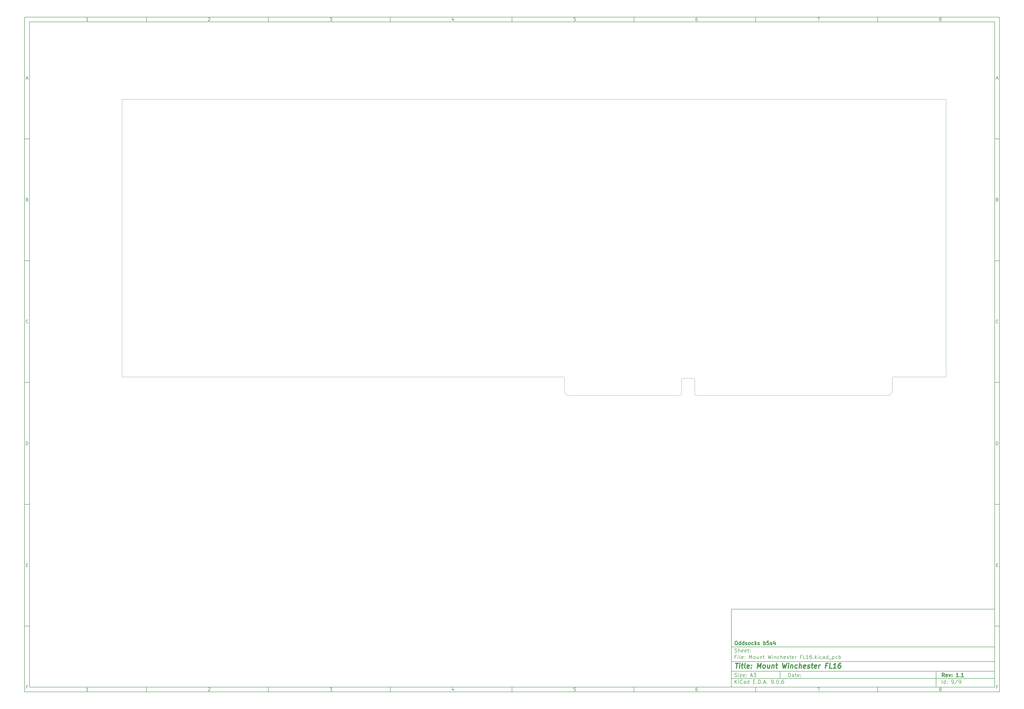
<source format=gm1>
%TF.GenerationSoftware,KiCad,Pcbnew,9.0.6*%
%TF.CreationDate,2025-11-29T14:17:50+08:00*%
%TF.ProjectId,Mount Winchester FL16,4d6f756e-7420-4576-996e-636865737465,1.1*%
%TF.SameCoordinates,Original*%
%TF.FileFunction,Profile,NP*%
%FSLAX46Y46*%
G04 Gerber Fmt 4.6, Leading zero omitted, Abs format (unit mm)*
G04 Created by KiCad (PCBNEW 9.0.6) date 2025-11-29 14:17:50*
%MOMM*%
%LPD*%
G01*
G04 APERTURE LIST*
%ADD10C,0.100000*%
%ADD11C,0.150000*%
%ADD12C,0.300000*%
%ADD13C,0.400000*%
%TA.AperFunction,Profile*%
%ADD14C,0.050000*%
%TD*%
G04 APERTURE END LIST*
D10*
D11*
X299989000Y-253002200D02*
X407989000Y-253002200D01*
X407989000Y-285002200D01*
X299989000Y-285002200D01*
X299989000Y-253002200D01*
D10*
D11*
X10000000Y-10000000D02*
X409989000Y-10000000D01*
X409989000Y-287002200D01*
X10000000Y-287002200D01*
X10000000Y-10000000D01*
D10*
D11*
X12000000Y-12000000D02*
X407989000Y-12000000D01*
X407989000Y-285002200D01*
X12000000Y-285002200D01*
X12000000Y-12000000D01*
D10*
D11*
X60000000Y-12000000D02*
X60000000Y-10000000D01*
D10*
D11*
X110000000Y-12000000D02*
X110000000Y-10000000D01*
D10*
D11*
X160000000Y-12000000D02*
X160000000Y-10000000D01*
D10*
D11*
X210000000Y-12000000D02*
X210000000Y-10000000D01*
D10*
D11*
X260000000Y-12000000D02*
X260000000Y-10000000D01*
D10*
D11*
X310000000Y-12000000D02*
X310000000Y-10000000D01*
D10*
D11*
X360000000Y-12000000D02*
X360000000Y-10000000D01*
D10*
D11*
X36089160Y-11593604D02*
X35346303Y-11593604D01*
X35717731Y-11593604D02*
X35717731Y-10293604D01*
X35717731Y-10293604D02*
X35593922Y-10479319D01*
X35593922Y-10479319D02*
X35470112Y-10603128D01*
X35470112Y-10603128D02*
X35346303Y-10665033D01*
D10*
D11*
X85346303Y-10417414D02*
X85408207Y-10355509D01*
X85408207Y-10355509D02*
X85532017Y-10293604D01*
X85532017Y-10293604D02*
X85841541Y-10293604D01*
X85841541Y-10293604D02*
X85965350Y-10355509D01*
X85965350Y-10355509D02*
X86027255Y-10417414D01*
X86027255Y-10417414D02*
X86089160Y-10541223D01*
X86089160Y-10541223D02*
X86089160Y-10665033D01*
X86089160Y-10665033D02*
X86027255Y-10850747D01*
X86027255Y-10850747D02*
X85284398Y-11593604D01*
X85284398Y-11593604D02*
X86089160Y-11593604D01*
D10*
D11*
X135284398Y-10293604D02*
X136089160Y-10293604D01*
X136089160Y-10293604D02*
X135655826Y-10788842D01*
X135655826Y-10788842D02*
X135841541Y-10788842D01*
X135841541Y-10788842D02*
X135965350Y-10850747D01*
X135965350Y-10850747D02*
X136027255Y-10912652D01*
X136027255Y-10912652D02*
X136089160Y-11036461D01*
X136089160Y-11036461D02*
X136089160Y-11345985D01*
X136089160Y-11345985D02*
X136027255Y-11469795D01*
X136027255Y-11469795D02*
X135965350Y-11531700D01*
X135965350Y-11531700D02*
X135841541Y-11593604D01*
X135841541Y-11593604D02*
X135470112Y-11593604D01*
X135470112Y-11593604D02*
X135346303Y-11531700D01*
X135346303Y-11531700D02*
X135284398Y-11469795D01*
D10*
D11*
X185965350Y-10726938D02*
X185965350Y-11593604D01*
X185655826Y-10231700D02*
X185346303Y-11160271D01*
X185346303Y-11160271D02*
X186151064Y-11160271D01*
D10*
D11*
X236027255Y-10293604D02*
X235408207Y-10293604D01*
X235408207Y-10293604D02*
X235346303Y-10912652D01*
X235346303Y-10912652D02*
X235408207Y-10850747D01*
X235408207Y-10850747D02*
X235532017Y-10788842D01*
X235532017Y-10788842D02*
X235841541Y-10788842D01*
X235841541Y-10788842D02*
X235965350Y-10850747D01*
X235965350Y-10850747D02*
X236027255Y-10912652D01*
X236027255Y-10912652D02*
X236089160Y-11036461D01*
X236089160Y-11036461D02*
X236089160Y-11345985D01*
X236089160Y-11345985D02*
X236027255Y-11469795D01*
X236027255Y-11469795D02*
X235965350Y-11531700D01*
X235965350Y-11531700D02*
X235841541Y-11593604D01*
X235841541Y-11593604D02*
X235532017Y-11593604D01*
X235532017Y-11593604D02*
X235408207Y-11531700D01*
X235408207Y-11531700D02*
X235346303Y-11469795D01*
D10*
D11*
X285965350Y-10293604D02*
X285717731Y-10293604D01*
X285717731Y-10293604D02*
X285593922Y-10355509D01*
X285593922Y-10355509D02*
X285532017Y-10417414D01*
X285532017Y-10417414D02*
X285408207Y-10603128D01*
X285408207Y-10603128D02*
X285346303Y-10850747D01*
X285346303Y-10850747D02*
X285346303Y-11345985D01*
X285346303Y-11345985D02*
X285408207Y-11469795D01*
X285408207Y-11469795D02*
X285470112Y-11531700D01*
X285470112Y-11531700D02*
X285593922Y-11593604D01*
X285593922Y-11593604D02*
X285841541Y-11593604D01*
X285841541Y-11593604D02*
X285965350Y-11531700D01*
X285965350Y-11531700D02*
X286027255Y-11469795D01*
X286027255Y-11469795D02*
X286089160Y-11345985D01*
X286089160Y-11345985D02*
X286089160Y-11036461D01*
X286089160Y-11036461D02*
X286027255Y-10912652D01*
X286027255Y-10912652D02*
X285965350Y-10850747D01*
X285965350Y-10850747D02*
X285841541Y-10788842D01*
X285841541Y-10788842D02*
X285593922Y-10788842D01*
X285593922Y-10788842D02*
X285470112Y-10850747D01*
X285470112Y-10850747D02*
X285408207Y-10912652D01*
X285408207Y-10912652D02*
X285346303Y-11036461D01*
D10*
D11*
X335284398Y-10293604D02*
X336151064Y-10293604D01*
X336151064Y-10293604D02*
X335593922Y-11593604D01*
D10*
D11*
X385593922Y-10850747D02*
X385470112Y-10788842D01*
X385470112Y-10788842D02*
X385408207Y-10726938D01*
X385408207Y-10726938D02*
X385346303Y-10603128D01*
X385346303Y-10603128D02*
X385346303Y-10541223D01*
X385346303Y-10541223D02*
X385408207Y-10417414D01*
X385408207Y-10417414D02*
X385470112Y-10355509D01*
X385470112Y-10355509D02*
X385593922Y-10293604D01*
X385593922Y-10293604D02*
X385841541Y-10293604D01*
X385841541Y-10293604D02*
X385965350Y-10355509D01*
X385965350Y-10355509D02*
X386027255Y-10417414D01*
X386027255Y-10417414D02*
X386089160Y-10541223D01*
X386089160Y-10541223D02*
X386089160Y-10603128D01*
X386089160Y-10603128D02*
X386027255Y-10726938D01*
X386027255Y-10726938D02*
X385965350Y-10788842D01*
X385965350Y-10788842D02*
X385841541Y-10850747D01*
X385841541Y-10850747D02*
X385593922Y-10850747D01*
X385593922Y-10850747D02*
X385470112Y-10912652D01*
X385470112Y-10912652D02*
X385408207Y-10974557D01*
X385408207Y-10974557D02*
X385346303Y-11098366D01*
X385346303Y-11098366D02*
X385346303Y-11345985D01*
X385346303Y-11345985D02*
X385408207Y-11469795D01*
X385408207Y-11469795D02*
X385470112Y-11531700D01*
X385470112Y-11531700D02*
X385593922Y-11593604D01*
X385593922Y-11593604D02*
X385841541Y-11593604D01*
X385841541Y-11593604D02*
X385965350Y-11531700D01*
X385965350Y-11531700D02*
X386027255Y-11469795D01*
X386027255Y-11469795D02*
X386089160Y-11345985D01*
X386089160Y-11345985D02*
X386089160Y-11098366D01*
X386089160Y-11098366D02*
X386027255Y-10974557D01*
X386027255Y-10974557D02*
X385965350Y-10912652D01*
X385965350Y-10912652D02*
X385841541Y-10850747D01*
D10*
D11*
X60000000Y-285002200D02*
X60000000Y-287002200D01*
D10*
D11*
X110000000Y-285002200D02*
X110000000Y-287002200D01*
D10*
D11*
X160000000Y-285002200D02*
X160000000Y-287002200D01*
D10*
D11*
X210000000Y-285002200D02*
X210000000Y-287002200D01*
D10*
D11*
X260000000Y-285002200D02*
X260000000Y-287002200D01*
D10*
D11*
X310000000Y-285002200D02*
X310000000Y-287002200D01*
D10*
D11*
X360000000Y-285002200D02*
X360000000Y-287002200D01*
D10*
D11*
X36089160Y-286595804D02*
X35346303Y-286595804D01*
X35717731Y-286595804D02*
X35717731Y-285295804D01*
X35717731Y-285295804D02*
X35593922Y-285481519D01*
X35593922Y-285481519D02*
X35470112Y-285605328D01*
X35470112Y-285605328D02*
X35346303Y-285667233D01*
D10*
D11*
X85346303Y-285419614D02*
X85408207Y-285357709D01*
X85408207Y-285357709D02*
X85532017Y-285295804D01*
X85532017Y-285295804D02*
X85841541Y-285295804D01*
X85841541Y-285295804D02*
X85965350Y-285357709D01*
X85965350Y-285357709D02*
X86027255Y-285419614D01*
X86027255Y-285419614D02*
X86089160Y-285543423D01*
X86089160Y-285543423D02*
X86089160Y-285667233D01*
X86089160Y-285667233D02*
X86027255Y-285852947D01*
X86027255Y-285852947D02*
X85284398Y-286595804D01*
X85284398Y-286595804D02*
X86089160Y-286595804D01*
D10*
D11*
X135284398Y-285295804D02*
X136089160Y-285295804D01*
X136089160Y-285295804D02*
X135655826Y-285791042D01*
X135655826Y-285791042D02*
X135841541Y-285791042D01*
X135841541Y-285791042D02*
X135965350Y-285852947D01*
X135965350Y-285852947D02*
X136027255Y-285914852D01*
X136027255Y-285914852D02*
X136089160Y-286038661D01*
X136089160Y-286038661D02*
X136089160Y-286348185D01*
X136089160Y-286348185D02*
X136027255Y-286471995D01*
X136027255Y-286471995D02*
X135965350Y-286533900D01*
X135965350Y-286533900D02*
X135841541Y-286595804D01*
X135841541Y-286595804D02*
X135470112Y-286595804D01*
X135470112Y-286595804D02*
X135346303Y-286533900D01*
X135346303Y-286533900D02*
X135284398Y-286471995D01*
D10*
D11*
X185965350Y-285729138D02*
X185965350Y-286595804D01*
X185655826Y-285233900D02*
X185346303Y-286162471D01*
X185346303Y-286162471D02*
X186151064Y-286162471D01*
D10*
D11*
X236027255Y-285295804D02*
X235408207Y-285295804D01*
X235408207Y-285295804D02*
X235346303Y-285914852D01*
X235346303Y-285914852D02*
X235408207Y-285852947D01*
X235408207Y-285852947D02*
X235532017Y-285791042D01*
X235532017Y-285791042D02*
X235841541Y-285791042D01*
X235841541Y-285791042D02*
X235965350Y-285852947D01*
X235965350Y-285852947D02*
X236027255Y-285914852D01*
X236027255Y-285914852D02*
X236089160Y-286038661D01*
X236089160Y-286038661D02*
X236089160Y-286348185D01*
X236089160Y-286348185D02*
X236027255Y-286471995D01*
X236027255Y-286471995D02*
X235965350Y-286533900D01*
X235965350Y-286533900D02*
X235841541Y-286595804D01*
X235841541Y-286595804D02*
X235532017Y-286595804D01*
X235532017Y-286595804D02*
X235408207Y-286533900D01*
X235408207Y-286533900D02*
X235346303Y-286471995D01*
D10*
D11*
X285965350Y-285295804D02*
X285717731Y-285295804D01*
X285717731Y-285295804D02*
X285593922Y-285357709D01*
X285593922Y-285357709D02*
X285532017Y-285419614D01*
X285532017Y-285419614D02*
X285408207Y-285605328D01*
X285408207Y-285605328D02*
X285346303Y-285852947D01*
X285346303Y-285852947D02*
X285346303Y-286348185D01*
X285346303Y-286348185D02*
X285408207Y-286471995D01*
X285408207Y-286471995D02*
X285470112Y-286533900D01*
X285470112Y-286533900D02*
X285593922Y-286595804D01*
X285593922Y-286595804D02*
X285841541Y-286595804D01*
X285841541Y-286595804D02*
X285965350Y-286533900D01*
X285965350Y-286533900D02*
X286027255Y-286471995D01*
X286027255Y-286471995D02*
X286089160Y-286348185D01*
X286089160Y-286348185D02*
X286089160Y-286038661D01*
X286089160Y-286038661D02*
X286027255Y-285914852D01*
X286027255Y-285914852D02*
X285965350Y-285852947D01*
X285965350Y-285852947D02*
X285841541Y-285791042D01*
X285841541Y-285791042D02*
X285593922Y-285791042D01*
X285593922Y-285791042D02*
X285470112Y-285852947D01*
X285470112Y-285852947D02*
X285408207Y-285914852D01*
X285408207Y-285914852D02*
X285346303Y-286038661D01*
D10*
D11*
X335284398Y-285295804D02*
X336151064Y-285295804D01*
X336151064Y-285295804D02*
X335593922Y-286595804D01*
D10*
D11*
X385593922Y-285852947D02*
X385470112Y-285791042D01*
X385470112Y-285791042D02*
X385408207Y-285729138D01*
X385408207Y-285729138D02*
X385346303Y-285605328D01*
X385346303Y-285605328D02*
X385346303Y-285543423D01*
X385346303Y-285543423D02*
X385408207Y-285419614D01*
X385408207Y-285419614D02*
X385470112Y-285357709D01*
X385470112Y-285357709D02*
X385593922Y-285295804D01*
X385593922Y-285295804D02*
X385841541Y-285295804D01*
X385841541Y-285295804D02*
X385965350Y-285357709D01*
X385965350Y-285357709D02*
X386027255Y-285419614D01*
X386027255Y-285419614D02*
X386089160Y-285543423D01*
X386089160Y-285543423D02*
X386089160Y-285605328D01*
X386089160Y-285605328D02*
X386027255Y-285729138D01*
X386027255Y-285729138D02*
X385965350Y-285791042D01*
X385965350Y-285791042D02*
X385841541Y-285852947D01*
X385841541Y-285852947D02*
X385593922Y-285852947D01*
X385593922Y-285852947D02*
X385470112Y-285914852D01*
X385470112Y-285914852D02*
X385408207Y-285976757D01*
X385408207Y-285976757D02*
X385346303Y-286100566D01*
X385346303Y-286100566D02*
X385346303Y-286348185D01*
X385346303Y-286348185D02*
X385408207Y-286471995D01*
X385408207Y-286471995D02*
X385470112Y-286533900D01*
X385470112Y-286533900D02*
X385593922Y-286595804D01*
X385593922Y-286595804D02*
X385841541Y-286595804D01*
X385841541Y-286595804D02*
X385965350Y-286533900D01*
X385965350Y-286533900D02*
X386027255Y-286471995D01*
X386027255Y-286471995D02*
X386089160Y-286348185D01*
X386089160Y-286348185D02*
X386089160Y-286100566D01*
X386089160Y-286100566D02*
X386027255Y-285976757D01*
X386027255Y-285976757D02*
X385965350Y-285914852D01*
X385965350Y-285914852D02*
X385841541Y-285852947D01*
D10*
D11*
X10000000Y-60000000D02*
X12000000Y-60000000D01*
D10*
D11*
X10000000Y-110000000D02*
X12000000Y-110000000D01*
D10*
D11*
X10000000Y-160000000D02*
X12000000Y-160000000D01*
D10*
D11*
X10000000Y-210000000D02*
X12000000Y-210000000D01*
D10*
D11*
X10000000Y-260000000D02*
X12000000Y-260000000D01*
D10*
D11*
X10690476Y-35222176D02*
X11309523Y-35222176D01*
X10566666Y-35593604D02*
X10999999Y-34293604D01*
X10999999Y-34293604D02*
X11433333Y-35593604D01*
D10*
D11*
X11092857Y-84912652D02*
X11278571Y-84974557D01*
X11278571Y-84974557D02*
X11340476Y-85036461D01*
X11340476Y-85036461D02*
X11402380Y-85160271D01*
X11402380Y-85160271D02*
X11402380Y-85345985D01*
X11402380Y-85345985D02*
X11340476Y-85469795D01*
X11340476Y-85469795D02*
X11278571Y-85531700D01*
X11278571Y-85531700D02*
X11154761Y-85593604D01*
X11154761Y-85593604D02*
X10659523Y-85593604D01*
X10659523Y-85593604D02*
X10659523Y-84293604D01*
X10659523Y-84293604D02*
X11092857Y-84293604D01*
X11092857Y-84293604D02*
X11216666Y-84355509D01*
X11216666Y-84355509D02*
X11278571Y-84417414D01*
X11278571Y-84417414D02*
X11340476Y-84541223D01*
X11340476Y-84541223D02*
X11340476Y-84665033D01*
X11340476Y-84665033D02*
X11278571Y-84788842D01*
X11278571Y-84788842D02*
X11216666Y-84850747D01*
X11216666Y-84850747D02*
X11092857Y-84912652D01*
X11092857Y-84912652D02*
X10659523Y-84912652D01*
D10*
D11*
X11402380Y-135469795D02*
X11340476Y-135531700D01*
X11340476Y-135531700D02*
X11154761Y-135593604D01*
X11154761Y-135593604D02*
X11030952Y-135593604D01*
X11030952Y-135593604D02*
X10845238Y-135531700D01*
X10845238Y-135531700D02*
X10721428Y-135407890D01*
X10721428Y-135407890D02*
X10659523Y-135284080D01*
X10659523Y-135284080D02*
X10597619Y-135036461D01*
X10597619Y-135036461D02*
X10597619Y-134850747D01*
X10597619Y-134850747D02*
X10659523Y-134603128D01*
X10659523Y-134603128D02*
X10721428Y-134479319D01*
X10721428Y-134479319D02*
X10845238Y-134355509D01*
X10845238Y-134355509D02*
X11030952Y-134293604D01*
X11030952Y-134293604D02*
X11154761Y-134293604D01*
X11154761Y-134293604D02*
X11340476Y-134355509D01*
X11340476Y-134355509D02*
X11402380Y-134417414D01*
D10*
D11*
X10659523Y-185593604D02*
X10659523Y-184293604D01*
X10659523Y-184293604D02*
X10969047Y-184293604D01*
X10969047Y-184293604D02*
X11154761Y-184355509D01*
X11154761Y-184355509D02*
X11278571Y-184479319D01*
X11278571Y-184479319D02*
X11340476Y-184603128D01*
X11340476Y-184603128D02*
X11402380Y-184850747D01*
X11402380Y-184850747D02*
X11402380Y-185036461D01*
X11402380Y-185036461D02*
X11340476Y-185284080D01*
X11340476Y-185284080D02*
X11278571Y-185407890D01*
X11278571Y-185407890D02*
X11154761Y-185531700D01*
X11154761Y-185531700D02*
X10969047Y-185593604D01*
X10969047Y-185593604D02*
X10659523Y-185593604D01*
D10*
D11*
X10721428Y-234912652D02*
X11154762Y-234912652D01*
X11340476Y-235593604D02*
X10721428Y-235593604D01*
X10721428Y-235593604D02*
X10721428Y-234293604D01*
X10721428Y-234293604D02*
X11340476Y-234293604D01*
D10*
D11*
X11185714Y-284912652D02*
X10752380Y-284912652D01*
X10752380Y-285593604D02*
X10752380Y-284293604D01*
X10752380Y-284293604D02*
X11371428Y-284293604D01*
D10*
D11*
X409989000Y-60000000D02*
X407989000Y-60000000D01*
D10*
D11*
X409989000Y-110000000D02*
X407989000Y-110000000D01*
D10*
D11*
X409989000Y-160000000D02*
X407989000Y-160000000D01*
D10*
D11*
X409989000Y-210000000D02*
X407989000Y-210000000D01*
D10*
D11*
X409989000Y-260000000D02*
X407989000Y-260000000D01*
D10*
D11*
X408679476Y-35222176D02*
X409298523Y-35222176D01*
X408555666Y-35593604D02*
X408988999Y-34293604D01*
X408988999Y-34293604D02*
X409422333Y-35593604D01*
D10*
D11*
X409081857Y-84912652D02*
X409267571Y-84974557D01*
X409267571Y-84974557D02*
X409329476Y-85036461D01*
X409329476Y-85036461D02*
X409391380Y-85160271D01*
X409391380Y-85160271D02*
X409391380Y-85345985D01*
X409391380Y-85345985D02*
X409329476Y-85469795D01*
X409329476Y-85469795D02*
X409267571Y-85531700D01*
X409267571Y-85531700D02*
X409143761Y-85593604D01*
X409143761Y-85593604D02*
X408648523Y-85593604D01*
X408648523Y-85593604D02*
X408648523Y-84293604D01*
X408648523Y-84293604D02*
X409081857Y-84293604D01*
X409081857Y-84293604D02*
X409205666Y-84355509D01*
X409205666Y-84355509D02*
X409267571Y-84417414D01*
X409267571Y-84417414D02*
X409329476Y-84541223D01*
X409329476Y-84541223D02*
X409329476Y-84665033D01*
X409329476Y-84665033D02*
X409267571Y-84788842D01*
X409267571Y-84788842D02*
X409205666Y-84850747D01*
X409205666Y-84850747D02*
X409081857Y-84912652D01*
X409081857Y-84912652D02*
X408648523Y-84912652D01*
D10*
D11*
X409391380Y-135469795D02*
X409329476Y-135531700D01*
X409329476Y-135531700D02*
X409143761Y-135593604D01*
X409143761Y-135593604D02*
X409019952Y-135593604D01*
X409019952Y-135593604D02*
X408834238Y-135531700D01*
X408834238Y-135531700D02*
X408710428Y-135407890D01*
X408710428Y-135407890D02*
X408648523Y-135284080D01*
X408648523Y-135284080D02*
X408586619Y-135036461D01*
X408586619Y-135036461D02*
X408586619Y-134850747D01*
X408586619Y-134850747D02*
X408648523Y-134603128D01*
X408648523Y-134603128D02*
X408710428Y-134479319D01*
X408710428Y-134479319D02*
X408834238Y-134355509D01*
X408834238Y-134355509D02*
X409019952Y-134293604D01*
X409019952Y-134293604D02*
X409143761Y-134293604D01*
X409143761Y-134293604D02*
X409329476Y-134355509D01*
X409329476Y-134355509D02*
X409391380Y-134417414D01*
D10*
D11*
X408648523Y-185593604D02*
X408648523Y-184293604D01*
X408648523Y-184293604D02*
X408958047Y-184293604D01*
X408958047Y-184293604D02*
X409143761Y-184355509D01*
X409143761Y-184355509D02*
X409267571Y-184479319D01*
X409267571Y-184479319D02*
X409329476Y-184603128D01*
X409329476Y-184603128D02*
X409391380Y-184850747D01*
X409391380Y-184850747D02*
X409391380Y-185036461D01*
X409391380Y-185036461D02*
X409329476Y-185284080D01*
X409329476Y-185284080D02*
X409267571Y-185407890D01*
X409267571Y-185407890D02*
X409143761Y-185531700D01*
X409143761Y-185531700D02*
X408958047Y-185593604D01*
X408958047Y-185593604D02*
X408648523Y-185593604D01*
D10*
D11*
X408710428Y-234912652D02*
X409143762Y-234912652D01*
X409329476Y-235593604D02*
X408710428Y-235593604D01*
X408710428Y-235593604D02*
X408710428Y-234293604D01*
X408710428Y-234293604D02*
X409329476Y-234293604D01*
D10*
D11*
X409174714Y-284912652D02*
X408741380Y-284912652D01*
X408741380Y-285593604D02*
X408741380Y-284293604D01*
X408741380Y-284293604D02*
X409360428Y-284293604D01*
D10*
D11*
X323444826Y-280788328D02*
X323444826Y-279288328D01*
X323444826Y-279288328D02*
X323801969Y-279288328D01*
X323801969Y-279288328D02*
X324016255Y-279359757D01*
X324016255Y-279359757D02*
X324159112Y-279502614D01*
X324159112Y-279502614D02*
X324230541Y-279645471D01*
X324230541Y-279645471D02*
X324301969Y-279931185D01*
X324301969Y-279931185D02*
X324301969Y-280145471D01*
X324301969Y-280145471D02*
X324230541Y-280431185D01*
X324230541Y-280431185D02*
X324159112Y-280574042D01*
X324159112Y-280574042D02*
X324016255Y-280716900D01*
X324016255Y-280716900D02*
X323801969Y-280788328D01*
X323801969Y-280788328D02*
X323444826Y-280788328D01*
X325587684Y-280788328D02*
X325587684Y-280002614D01*
X325587684Y-280002614D02*
X325516255Y-279859757D01*
X325516255Y-279859757D02*
X325373398Y-279788328D01*
X325373398Y-279788328D02*
X325087684Y-279788328D01*
X325087684Y-279788328D02*
X324944826Y-279859757D01*
X325587684Y-280716900D02*
X325444826Y-280788328D01*
X325444826Y-280788328D02*
X325087684Y-280788328D01*
X325087684Y-280788328D02*
X324944826Y-280716900D01*
X324944826Y-280716900D02*
X324873398Y-280574042D01*
X324873398Y-280574042D02*
X324873398Y-280431185D01*
X324873398Y-280431185D02*
X324944826Y-280288328D01*
X324944826Y-280288328D02*
X325087684Y-280216900D01*
X325087684Y-280216900D02*
X325444826Y-280216900D01*
X325444826Y-280216900D02*
X325587684Y-280145471D01*
X326087684Y-279788328D02*
X326659112Y-279788328D01*
X326301969Y-279288328D02*
X326301969Y-280574042D01*
X326301969Y-280574042D02*
X326373398Y-280716900D01*
X326373398Y-280716900D02*
X326516255Y-280788328D01*
X326516255Y-280788328D02*
X326659112Y-280788328D01*
X327730541Y-280716900D02*
X327587684Y-280788328D01*
X327587684Y-280788328D02*
X327301970Y-280788328D01*
X327301970Y-280788328D02*
X327159112Y-280716900D01*
X327159112Y-280716900D02*
X327087684Y-280574042D01*
X327087684Y-280574042D02*
X327087684Y-280002614D01*
X327087684Y-280002614D02*
X327159112Y-279859757D01*
X327159112Y-279859757D02*
X327301970Y-279788328D01*
X327301970Y-279788328D02*
X327587684Y-279788328D01*
X327587684Y-279788328D02*
X327730541Y-279859757D01*
X327730541Y-279859757D02*
X327801970Y-280002614D01*
X327801970Y-280002614D02*
X327801970Y-280145471D01*
X327801970Y-280145471D02*
X327087684Y-280288328D01*
X328444826Y-280645471D02*
X328516255Y-280716900D01*
X328516255Y-280716900D02*
X328444826Y-280788328D01*
X328444826Y-280788328D02*
X328373398Y-280716900D01*
X328373398Y-280716900D02*
X328444826Y-280645471D01*
X328444826Y-280645471D02*
X328444826Y-280788328D01*
X328444826Y-279859757D02*
X328516255Y-279931185D01*
X328516255Y-279931185D02*
X328444826Y-280002614D01*
X328444826Y-280002614D02*
X328373398Y-279931185D01*
X328373398Y-279931185D02*
X328444826Y-279859757D01*
X328444826Y-279859757D02*
X328444826Y-280002614D01*
D10*
D11*
X299989000Y-281502200D02*
X407989000Y-281502200D01*
D10*
D11*
X301444826Y-283588328D02*
X301444826Y-282088328D01*
X302301969Y-283588328D02*
X301659112Y-282731185D01*
X302301969Y-282088328D02*
X301444826Y-282945471D01*
X302944826Y-283588328D02*
X302944826Y-282588328D01*
X302944826Y-282088328D02*
X302873398Y-282159757D01*
X302873398Y-282159757D02*
X302944826Y-282231185D01*
X302944826Y-282231185D02*
X303016255Y-282159757D01*
X303016255Y-282159757D02*
X302944826Y-282088328D01*
X302944826Y-282088328D02*
X302944826Y-282231185D01*
X304516255Y-283445471D02*
X304444827Y-283516900D01*
X304444827Y-283516900D02*
X304230541Y-283588328D01*
X304230541Y-283588328D02*
X304087684Y-283588328D01*
X304087684Y-283588328D02*
X303873398Y-283516900D01*
X303873398Y-283516900D02*
X303730541Y-283374042D01*
X303730541Y-283374042D02*
X303659112Y-283231185D01*
X303659112Y-283231185D02*
X303587684Y-282945471D01*
X303587684Y-282945471D02*
X303587684Y-282731185D01*
X303587684Y-282731185D02*
X303659112Y-282445471D01*
X303659112Y-282445471D02*
X303730541Y-282302614D01*
X303730541Y-282302614D02*
X303873398Y-282159757D01*
X303873398Y-282159757D02*
X304087684Y-282088328D01*
X304087684Y-282088328D02*
X304230541Y-282088328D01*
X304230541Y-282088328D02*
X304444827Y-282159757D01*
X304444827Y-282159757D02*
X304516255Y-282231185D01*
X305801970Y-283588328D02*
X305801970Y-282802614D01*
X305801970Y-282802614D02*
X305730541Y-282659757D01*
X305730541Y-282659757D02*
X305587684Y-282588328D01*
X305587684Y-282588328D02*
X305301970Y-282588328D01*
X305301970Y-282588328D02*
X305159112Y-282659757D01*
X305801970Y-283516900D02*
X305659112Y-283588328D01*
X305659112Y-283588328D02*
X305301970Y-283588328D01*
X305301970Y-283588328D02*
X305159112Y-283516900D01*
X305159112Y-283516900D02*
X305087684Y-283374042D01*
X305087684Y-283374042D02*
X305087684Y-283231185D01*
X305087684Y-283231185D02*
X305159112Y-283088328D01*
X305159112Y-283088328D02*
X305301970Y-283016900D01*
X305301970Y-283016900D02*
X305659112Y-283016900D01*
X305659112Y-283016900D02*
X305801970Y-282945471D01*
X307159113Y-283588328D02*
X307159113Y-282088328D01*
X307159113Y-283516900D02*
X307016255Y-283588328D01*
X307016255Y-283588328D02*
X306730541Y-283588328D01*
X306730541Y-283588328D02*
X306587684Y-283516900D01*
X306587684Y-283516900D02*
X306516255Y-283445471D01*
X306516255Y-283445471D02*
X306444827Y-283302614D01*
X306444827Y-283302614D02*
X306444827Y-282874042D01*
X306444827Y-282874042D02*
X306516255Y-282731185D01*
X306516255Y-282731185D02*
X306587684Y-282659757D01*
X306587684Y-282659757D02*
X306730541Y-282588328D01*
X306730541Y-282588328D02*
X307016255Y-282588328D01*
X307016255Y-282588328D02*
X307159113Y-282659757D01*
X309016255Y-282802614D02*
X309516255Y-282802614D01*
X309730541Y-283588328D02*
X309016255Y-283588328D01*
X309016255Y-283588328D02*
X309016255Y-282088328D01*
X309016255Y-282088328D02*
X309730541Y-282088328D01*
X310373398Y-283445471D02*
X310444827Y-283516900D01*
X310444827Y-283516900D02*
X310373398Y-283588328D01*
X310373398Y-283588328D02*
X310301970Y-283516900D01*
X310301970Y-283516900D02*
X310373398Y-283445471D01*
X310373398Y-283445471D02*
X310373398Y-283588328D01*
X311087684Y-283588328D02*
X311087684Y-282088328D01*
X311087684Y-282088328D02*
X311444827Y-282088328D01*
X311444827Y-282088328D02*
X311659113Y-282159757D01*
X311659113Y-282159757D02*
X311801970Y-282302614D01*
X311801970Y-282302614D02*
X311873399Y-282445471D01*
X311873399Y-282445471D02*
X311944827Y-282731185D01*
X311944827Y-282731185D02*
X311944827Y-282945471D01*
X311944827Y-282945471D02*
X311873399Y-283231185D01*
X311873399Y-283231185D02*
X311801970Y-283374042D01*
X311801970Y-283374042D02*
X311659113Y-283516900D01*
X311659113Y-283516900D02*
X311444827Y-283588328D01*
X311444827Y-283588328D02*
X311087684Y-283588328D01*
X312587684Y-283445471D02*
X312659113Y-283516900D01*
X312659113Y-283516900D02*
X312587684Y-283588328D01*
X312587684Y-283588328D02*
X312516256Y-283516900D01*
X312516256Y-283516900D02*
X312587684Y-283445471D01*
X312587684Y-283445471D02*
X312587684Y-283588328D01*
X313230542Y-283159757D02*
X313944828Y-283159757D01*
X313087685Y-283588328D02*
X313587685Y-282088328D01*
X313587685Y-282088328D02*
X314087685Y-283588328D01*
X314587684Y-283445471D02*
X314659113Y-283516900D01*
X314659113Y-283516900D02*
X314587684Y-283588328D01*
X314587684Y-283588328D02*
X314516256Y-283516900D01*
X314516256Y-283516900D02*
X314587684Y-283445471D01*
X314587684Y-283445471D02*
X314587684Y-283588328D01*
X316516256Y-283588328D02*
X316801970Y-283588328D01*
X316801970Y-283588328D02*
X316944827Y-283516900D01*
X316944827Y-283516900D02*
X317016256Y-283445471D01*
X317016256Y-283445471D02*
X317159113Y-283231185D01*
X317159113Y-283231185D02*
X317230542Y-282945471D01*
X317230542Y-282945471D02*
X317230542Y-282374042D01*
X317230542Y-282374042D02*
X317159113Y-282231185D01*
X317159113Y-282231185D02*
X317087685Y-282159757D01*
X317087685Y-282159757D02*
X316944827Y-282088328D01*
X316944827Y-282088328D02*
X316659113Y-282088328D01*
X316659113Y-282088328D02*
X316516256Y-282159757D01*
X316516256Y-282159757D02*
X316444827Y-282231185D01*
X316444827Y-282231185D02*
X316373399Y-282374042D01*
X316373399Y-282374042D02*
X316373399Y-282731185D01*
X316373399Y-282731185D02*
X316444827Y-282874042D01*
X316444827Y-282874042D02*
X316516256Y-282945471D01*
X316516256Y-282945471D02*
X316659113Y-283016900D01*
X316659113Y-283016900D02*
X316944827Y-283016900D01*
X316944827Y-283016900D02*
X317087685Y-282945471D01*
X317087685Y-282945471D02*
X317159113Y-282874042D01*
X317159113Y-282874042D02*
X317230542Y-282731185D01*
X317873398Y-283445471D02*
X317944827Y-283516900D01*
X317944827Y-283516900D02*
X317873398Y-283588328D01*
X317873398Y-283588328D02*
X317801970Y-283516900D01*
X317801970Y-283516900D02*
X317873398Y-283445471D01*
X317873398Y-283445471D02*
X317873398Y-283588328D01*
X318873399Y-282088328D02*
X319016256Y-282088328D01*
X319016256Y-282088328D02*
X319159113Y-282159757D01*
X319159113Y-282159757D02*
X319230542Y-282231185D01*
X319230542Y-282231185D02*
X319301970Y-282374042D01*
X319301970Y-282374042D02*
X319373399Y-282659757D01*
X319373399Y-282659757D02*
X319373399Y-283016900D01*
X319373399Y-283016900D02*
X319301970Y-283302614D01*
X319301970Y-283302614D02*
X319230542Y-283445471D01*
X319230542Y-283445471D02*
X319159113Y-283516900D01*
X319159113Y-283516900D02*
X319016256Y-283588328D01*
X319016256Y-283588328D02*
X318873399Y-283588328D01*
X318873399Y-283588328D02*
X318730542Y-283516900D01*
X318730542Y-283516900D02*
X318659113Y-283445471D01*
X318659113Y-283445471D02*
X318587684Y-283302614D01*
X318587684Y-283302614D02*
X318516256Y-283016900D01*
X318516256Y-283016900D02*
X318516256Y-282659757D01*
X318516256Y-282659757D02*
X318587684Y-282374042D01*
X318587684Y-282374042D02*
X318659113Y-282231185D01*
X318659113Y-282231185D02*
X318730542Y-282159757D01*
X318730542Y-282159757D02*
X318873399Y-282088328D01*
X320016255Y-283445471D02*
X320087684Y-283516900D01*
X320087684Y-283516900D02*
X320016255Y-283588328D01*
X320016255Y-283588328D02*
X319944827Y-283516900D01*
X319944827Y-283516900D02*
X320016255Y-283445471D01*
X320016255Y-283445471D02*
X320016255Y-283588328D01*
X321373399Y-282088328D02*
X321087684Y-282088328D01*
X321087684Y-282088328D02*
X320944827Y-282159757D01*
X320944827Y-282159757D02*
X320873399Y-282231185D01*
X320873399Y-282231185D02*
X320730541Y-282445471D01*
X320730541Y-282445471D02*
X320659113Y-282731185D01*
X320659113Y-282731185D02*
X320659113Y-283302614D01*
X320659113Y-283302614D02*
X320730541Y-283445471D01*
X320730541Y-283445471D02*
X320801970Y-283516900D01*
X320801970Y-283516900D02*
X320944827Y-283588328D01*
X320944827Y-283588328D02*
X321230541Y-283588328D01*
X321230541Y-283588328D02*
X321373399Y-283516900D01*
X321373399Y-283516900D02*
X321444827Y-283445471D01*
X321444827Y-283445471D02*
X321516256Y-283302614D01*
X321516256Y-283302614D02*
X321516256Y-282945471D01*
X321516256Y-282945471D02*
X321444827Y-282802614D01*
X321444827Y-282802614D02*
X321373399Y-282731185D01*
X321373399Y-282731185D02*
X321230541Y-282659757D01*
X321230541Y-282659757D02*
X320944827Y-282659757D01*
X320944827Y-282659757D02*
X320801970Y-282731185D01*
X320801970Y-282731185D02*
X320730541Y-282802614D01*
X320730541Y-282802614D02*
X320659113Y-282945471D01*
D10*
D11*
X299989000Y-278502200D02*
X407989000Y-278502200D01*
D10*
D12*
X387400653Y-280780528D02*
X386900653Y-280066242D01*
X386543510Y-280780528D02*
X386543510Y-279280528D01*
X386543510Y-279280528D02*
X387114939Y-279280528D01*
X387114939Y-279280528D02*
X387257796Y-279351957D01*
X387257796Y-279351957D02*
X387329225Y-279423385D01*
X387329225Y-279423385D02*
X387400653Y-279566242D01*
X387400653Y-279566242D02*
X387400653Y-279780528D01*
X387400653Y-279780528D02*
X387329225Y-279923385D01*
X387329225Y-279923385D02*
X387257796Y-279994814D01*
X387257796Y-279994814D02*
X387114939Y-280066242D01*
X387114939Y-280066242D02*
X386543510Y-280066242D01*
X388614939Y-280709100D02*
X388472082Y-280780528D01*
X388472082Y-280780528D02*
X388186368Y-280780528D01*
X388186368Y-280780528D02*
X388043510Y-280709100D01*
X388043510Y-280709100D02*
X387972082Y-280566242D01*
X387972082Y-280566242D02*
X387972082Y-279994814D01*
X387972082Y-279994814D02*
X388043510Y-279851957D01*
X388043510Y-279851957D02*
X388186368Y-279780528D01*
X388186368Y-279780528D02*
X388472082Y-279780528D01*
X388472082Y-279780528D02*
X388614939Y-279851957D01*
X388614939Y-279851957D02*
X388686368Y-279994814D01*
X388686368Y-279994814D02*
X388686368Y-280137671D01*
X388686368Y-280137671D02*
X387972082Y-280280528D01*
X389186367Y-279780528D02*
X389543510Y-280780528D01*
X389543510Y-280780528D02*
X389900653Y-279780528D01*
X390472081Y-280637671D02*
X390543510Y-280709100D01*
X390543510Y-280709100D02*
X390472081Y-280780528D01*
X390472081Y-280780528D02*
X390400653Y-280709100D01*
X390400653Y-280709100D02*
X390472081Y-280637671D01*
X390472081Y-280637671D02*
X390472081Y-280780528D01*
X390472081Y-279851957D02*
X390543510Y-279923385D01*
X390543510Y-279923385D02*
X390472081Y-279994814D01*
X390472081Y-279994814D02*
X390400653Y-279923385D01*
X390400653Y-279923385D02*
X390472081Y-279851957D01*
X390472081Y-279851957D02*
X390472081Y-279994814D01*
X393114939Y-280780528D02*
X392257796Y-280780528D01*
X392686367Y-280780528D02*
X392686367Y-279280528D01*
X392686367Y-279280528D02*
X392543510Y-279494814D01*
X392543510Y-279494814D02*
X392400653Y-279637671D01*
X392400653Y-279637671D02*
X392257796Y-279709100D01*
X393757795Y-280637671D02*
X393829224Y-280709100D01*
X393829224Y-280709100D02*
X393757795Y-280780528D01*
X393757795Y-280780528D02*
X393686367Y-280709100D01*
X393686367Y-280709100D02*
X393757795Y-280637671D01*
X393757795Y-280637671D02*
X393757795Y-280780528D01*
X395257796Y-280780528D02*
X394400653Y-280780528D01*
X394829224Y-280780528D02*
X394829224Y-279280528D01*
X394829224Y-279280528D02*
X394686367Y-279494814D01*
X394686367Y-279494814D02*
X394543510Y-279637671D01*
X394543510Y-279637671D02*
X394400653Y-279709100D01*
D10*
D11*
X301373398Y-280716900D02*
X301587684Y-280788328D01*
X301587684Y-280788328D02*
X301944826Y-280788328D01*
X301944826Y-280788328D02*
X302087684Y-280716900D01*
X302087684Y-280716900D02*
X302159112Y-280645471D01*
X302159112Y-280645471D02*
X302230541Y-280502614D01*
X302230541Y-280502614D02*
X302230541Y-280359757D01*
X302230541Y-280359757D02*
X302159112Y-280216900D01*
X302159112Y-280216900D02*
X302087684Y-280145471D01*
X302087684Y-280145471D02*
X301944826Y-280074042D01*
X301944826Y-280074042D02*
X301659112Y-280002614D01*
X301659112Y-280002614D02*
X301516255Y-279931185D01*
X301516255Y-279931185D02*
X301444826Y-279859757D01*
X301444826Y-279859757D02*
X301373398Y-279716900D01*
X301373398Y-279716900D02*
X301373398Y-279574042D01*
X301373398Y-279574042D02*
X301444826Y-279431185D01*
X301444826Y-279431185D02*
X301516255Y-279359757D01*
X301516255Y-279359757D02*
X301659112Y-279288328D01*
X301659112Y-279288328D02*
X302016255Y-279288328D01*
X302016255Y-279288328D02*
X302230541Y-279359757D01*
X302873397Y-280788328D02*
X302873397Y-279788328D01*
X302873397Y-279288328D02*
X302801969Y-279359757D01*
X302801969Y-279359757D02*
X302873397Y-279431185D01*
X302873397Y-279431185D02*
X302944826Y-279359757D01*
X302944826Y-279359757D02*
X302873397Y-279288328D01*
X302873397Y-279288328D02*
X302873397Y-279431185D01*
X303444826Y-279788328D02*
X304230541Y-279788328D01*
X304230541Y-279788328D02*
X303444826Y-280788328D01*
X303444826Y-280788328D02*
X304230541Y-280788328D01*
X305373398Y-280716900D02*
X305230541Y-280788328D01*
X305230541Y-280788328D02*
X304944827Y-280788328D01*
X304944827Y-280788328D02*
X304801969Y-280716900D01*
X304801969Y-280716900D02*
X304730541Y-280574042D01*
X304730541Y-280574042D02*
X304730541Y-280002614D01*
X304730541Y-280002614D02*
X304801969Y-279859757D01*
X304801969Y-279859757D02*
X304944827Y-279788328D01*
X304944827Y-279788328D02*
X305230541Y-279788328D01*
X305230541Y-279788328D02*
X305373398Y-279859757D01*
X305373398Y-279859757D02*
X305444827Y-280002614D01*
X305444827Y-280002614D02*
X305444827Y-280145471D01*
X305444827Y-280145471D02*
X304730541Y-280288328D01*
X306087683Y-280645471D02*
X306159112Y-280716900D01*
X306159112Y-280716900D02*
X306087683Y-280788328D01*
X306087683Y-280788328D02*
X306016255Y-280716900D01*
X306016255Y-280716900D02*
X306087683Y-280645471D01*
X306087683Y-280645471D02*
X306087683Y-280788328D01*
X306087683Y-279859757D02*
X306159112Y-279931185D01*
X306159112Y-279931185D02*
X306087683Y-280002614D01*
X306087683Y-280002614D02*
X306016255Y-279931185D01*
X306016255Y-279931185D02*
X306087683Y-279859757D01*
X306087683Y-279859757D02*
X306087683Y-280002614D01*
X307873398Y-280359757D02*
X308587684Y-280359757D01*
X307730541Y-280788328D02*
X308230541Y-279288328D01*
X308230541Y-279288328D02*
X308730541Y-280788328D01*
X309087683Y-279288328D02*
X310016255Y-279288328D01*
X310016255Y-279288328D02*
X309516255Y-279859757D01*
X309516255Y-279859757D02*
X309730540Y-279859757D01*
X309730540Y-279859757D02*
X309873398Y-279931185D01*
X309873398Y-279931185D02*
X309944826Y-280002614D01*
X309944826Y-280002614D02*
X310016255Y-280145471D01*
X310016255Y-280145471D02*
X310016255Y-280502614D01*
X310016255Y-280502614D02*
X309944826Y-280645471D01*
X309944826Y-280645471D02*
X309873398Y-280716900D01*
X309873398Y-280716900D02*
X309730540Y-280788328D01*
X309730540Y-280788328D02*
X309301969Y-280788328D01*
X309301969Y-280788328D02*
X309159112Y-280716900D01*
X309159112Y-280716900D02*
X309087683Y-280645471D01*
D10*
D11*
X386444826Y-283588328D02*
X386444826Y-282088328D01*
X387801970Y-283588328D02*
X387801970Y-282088328D01*
X387801970Y-283516900D02*
X387659112Y-283588328D01*
X387659112Y-283588328D02*
X387373398Y-283588328D01*
X387373398Y-283588328D02*
X387230541Y-283516900D01*
X387230541Y-283516900D02*
X387159112Y-283445471D01*
X387159112Y-283445471D02*
X387087684Y-283302614D01*
X387087684Y-283302614D02*
X387087684Y-282874042D01*
X387087684Y-282874042D02*
X387159112Y-282731185D01*
X387159112Y-282731185D02*
X387230541Y-282659757D01*
X387230541Y-282659757D02*
X387373398Y-282588328D01*
X387373398Y-282588328D02*
X387659112Y-282588328D01*
X387659112Y-282588328D02*
X387801970Y-282659757D01*
X388516255Y-283445471D02*
X388587684Y-283516900D01*
X388587684Y-283516900D02*
X388516255Y-283588328D01*
X388516255Y-283588328D02*
X388444827Y-283516900D01*
X388444827Y-283516900D02*
X388516255Y-283445471D01*
X388516255Y-283445471D02*
X388516255Y-283588328D01*
X388516255Y-282659757D02*
X388587684Y-282731185D01*
X388587684Y-282731185D02*
X388516255Y-282802614D01*
X388516255Y-282802614D02*
X388444827Y-282731185D01*
X388444827Y-282731185D02*
X388516255Y-282659757D01*
X388516255Y-282659757D02*
X388516255Y-282802614D01*
X390444827Y-283588328D02*
X390730541Y-283588328D01*
X390730541Y-283588328D02*
X390873398Y-283516900D01*
X390873398Y-283516900D02*
X390944827Y-283445471D01*
X390944827Y-283445471D02*
X391087684Y-283231185D01*
X391087684Y-283231185D02*
X391159113Y-282945471D01*
X391159113Y-282945471D02*
X391159113Y-282374042D01*
X391159113Y-282374042D02*
X391087684Y-282231185D01*
X391087684Y-282231185D02*
X391016256Y-282159757D01*
X391016256Y-282159757D02*
X390873398Y-282088328D01*
X390873398Y-282088328D02*
X390587684Y-282088328D01*
X390587684Y-282088328D02*
X390444827Y-282159757D01*
X390444827Y-282159757D02*
X390373398Y-282231185D01*
X390373398Y-282231185D02*
X390301970Y-282374042D01*
X390301970Y-282374042D02*
X390301970Y-282731185D01*
X390301970Y-282731185D02*
X390373398Y-282874042D01*
X390373398Y-282874042D02*
X390444827Y-282945471D01*
X390444827Y-282945471D02*
X390587684Y-283016900D01*
X390587684Y-283016900D02*
X390873398Y-283016900D01*
X390873398Y-283016900D02*
X391016256Y-282945471D01*
X391016256Y-282945471D02*
X391087684Y-282874042D01*
X391087684Y-282874042D02*
X391159113Y-282731185D01*
X392873398Y-282016900D02*
X391587684Y-283945471D01*
X393444827Y-283588328D02*
X393730541Y-283588328D01*
X393730541Y-283588328D02*
X393873398Y-283516900D01*
X393873398Y-283516900D02*
X393944827Y-283445471D01*
X393944827Y-283445471D02*
X394087684Y-283231185D01*
X394087684Y-283231185D02*
X394159113Y-282945471D01*
X394159113Y-282945471D02*
X394159113Y-282374042D01*
X394159113Y-282374042D02*
X394087684Y-282231185D01*
X394087684Y-282231185D02*
X394016256Y-282159757D01*
X394016256Y-282159757D02*
X393873398Y-282088328D01*
X393873398Y-282088328D02*
X393587684Y-282088328D01*
X393587684Y-282088328D02*
X393444827Y-282159757D01*
X393444827Y-282159757D02*
X393373398Y-282231185D01*
X393373398Y-282231185D02*
X393301970Y-282374042D01*
X393301970Y-282374042D02*
X393301970Y-282731185D01*
X393301970Y-282731185D02*
X393373398Y-282874042D01*
X393373398Y-282874042D02*
X393444827Y-282945471D01*
X393444827Y-282945471D02*
X393587684Y-283016900D01*
X393587684Y-283016900D02*
X393873398Y-283016900D01*
X393873398Y-283016900D02*
X394016256Y-282945471D01*
X394016256Y-282945471D02*
X394087684Y-282874042D01*
X394087684Y-282874042D02*
X394159113Y-282731185D01*
D10*
D11*
X299989000Y-274502200D02*
X407989000Y-274502200D01*
D10*
D13*
X301680728Y-275206638D02*
X302823585Y-275206638D01*
X302002157Y-277206638D02*
X302252157Y-275206638D01*
X303240252Y-277206638D02*
X303406919Y-275873304D01*
X303490252Y-275206638D02*
X303383109Y-275301876D01*
X303383109Y-275301876D02*
X303466443Y-275397114D01*
X303466443Y-275397114D02*
X303573586Y-275301876D01*
X303573586Y-275301876D02*
X303490252Y-275206638D01*
X303490252Y-275206638D02*
X303466443Y-275397114D01*
X304073586Y-275873304D02*
X304835490Y-275873304D01*
X304442633Y-275206638D02*
X304228348Y-276920923D01*
X304228348Y-276920923D02*
X304299776Y-277111400D01*
X304299776Y-277111400D02*
X304478348Y-277206638D01*
X304478348Y-277206638D02*
X304668824Y-277206638D01*
X305621205Y-277206638D02*
X305442633Y-277111400D01*
X305442633Y-277111400D02*
X305371205Y-276920923D01*
X305371205Y-276920923D02*
X305585490Y-275206638D01*
X307156919Y-277111400D02*
X306954538Y-277206638D01*
X306954538Y-277206638D02*
X306573585Y-277206638D01*
X306573585Y-277206638D02*
X306395014Y-277111400D01*
X306395014Y-277111400D02*
X306323585Y-276920923D01*
X306323585Y-276920923D02*
X306418824Y-276159019D01*
X306418824Y-276159019D02*
X306537871Y-275968542D01*
X306537871Y-275968542D02*
X306740252Y-275873304D01*
X306740252Y-275873304D02*
X307121204Y-275873304D01*
X307121204Y-275873304D02*
X307299776Y-275968542D01*
X307299776Y-275968542D02*
X307371204Y-276159019D01*
X307371204Y-276159019D02*
X307347395Y-276349495D01*
X307347395Y-276349495D02*
X306371204Y-276539971D01*
X308121205Y-277016161D02*
X308204538Y-277111400D01*
X308204538Y-277111400D02*
X308097395Y-277206638D01*
X308097395Y-277206638D02*
X308014062Y-277111400D01*
X308014062Y-277111400D02*
X308121205Y-277016161D01*
X308121205Y-277016161D02*
X308097395Y-277206638D01*
X308252157Y-275968542D02*
X308335490Y-276063780D01*
X308335490Y-276063780D02*
X308228348Y-276159019D01*
X308228348Y-276159019D02*
X308145014Y-276063780D01*
X308145014Y-276063780D02*
X308252157Y-275968542D01*
X308252157Y-275968542D02*
X308228348Y-276159019D01*
X310573586Y-277206638D02*
X310823586Y-275206638D01*
X310823586Y-275206638D02*
X311311681Y-276635209D01*
X311311681Y-276635209D02*
X312156920Y-275206638D01*
X312156920Y-275206638D02*
X311906920Y-277206638D01*
X313145015Y-277206638D02*
X312966443Y-277111400D01*
X312966443Y-277111400D02*
X312883110Y-277016161D01*
X312883110Y-277016161D02*
X312811681Y-276825685D01*
X312811681Y-276825685D02*
X312883110Y-276254257D01*
X312883110Y-276254257D02*
X313002157Y-276063780D01*
X313002157Y-276063780D02*
X313109300Y-275968542D01*
X313109300Y-275968542D02*
X313311681Y-275873304D01*
X313311681Y-275873304D02*
X313597395Y-275873304D01*
X313597395Y-275873304D02*
X313775967Y-275968542D01*
X313775967Y-275968542D02*
X313859300Y-276063780D01*
X313859300Y-276063780D02*
X313930729Y-276254257D01*
X313930729Y-276254257D02*
X313859300Y-276825685D01*
X313859300Y-276825685D02*
X313740253Y-277016161D01*
X313740253Y-277016161D02*
X313633110Y-277111400D01*
X313633110Y-277111400D02*
X313430729Y-277206638D01*
X313430729Y-277206638D02*
X313145015Y-277206638D01*
X315692634Y-275873304D02*
X315525967Y-277206638D01*
X314835491Y-275873304D02*
X314704539Y-276920923D01*
X314704539Y-276920923D02*
X314775967Y-277111400D01*
X314775967Y-277111400D02*
X314954539Y-277206638D01*
X314954539Y-277206638D02*
X315240253Y-277206638D01*
X315240253Y-277206638D02*
X315442634Y-277111400D01*
X315442634Y-277111400D02*
X315549777Y-277016161D01*
X316645015Y-275873304D02*
X316478348Y-277206638D01*
X316621205Y-276063780D02*
X316728348Y-275968542D01*
X316728348Y-275968542D02*
X316930729Y-275873304D01*
X316930729Y-275873304D02*
X317216443Y-275873304D01*
X317216443Y-275873304D02*
X317395015Y-275968542D01*
X317395015Y-275968542D02*
X317466443Y-276159019D01*
X317466443Y-276159019D02*
X317335491Y-277206638D01*
X318168825Y-275873304D02*
X318930729Y-275873304D01*
X318537872Y-275206638D02*
X318323587Y-276920923D01*
X318323587Y-276920923D02*
X318395015Y-277111400D01*
X318395015Y-277111400D02*
X318573587Y-277206638D01*
X318573587Y-277206638D02*
X318764063Y-277206638D01*
X321014063Y-275206638D02*
X321240254Y-277206638D01*
X321240254Y-277206638D02*
X321799777Y-275778066D01*
X321799777Y-275778066D02*
X322002158Y-277206638D01*
X322002158Y-277206638D02*
X322728349Y-275206638D01*
X323240253Y-277206638D02*
X323406920Y-275873304D01*
X323490253Y-275206638D02*
X323383110Y-275301876D01*
X323383110Y-275301876D02*
X323466444Y-275397114D01*
X323466444Y-275397114D02*
X323573587Y-275301876D01*
X323573587Y-275301876D02*
X323490253Y-275206638D01*
X323490253Y-275206638D02*
X323466444Y-275397114D01*
X324359301Y-275873304D02*
X324192634Y-277206638D01*
X324335491Y-276063780D02*
X324442634Y-275968542D01*
X324442634Y-275968542D02*
X324645015Y-275873304D01*
X324645015Y-275873304D02*
X324930729Y-275873304D01*
X324930729Y-275873304D02*
X325109301Y-275968542D01*
X325109301Y-275968542D02*
X325180729Y-276159019D01*
X325180729Y-276159019D02*
X325049777Y-277206638D01*
X326871206Y-277111400D02*
X326668825Y-277206638D01*
X326668825Y-277206638D02*
X326287873Y-277206638D01*
X326287873Y-277206638D02*
X326109301Y-277111400D01*
X326109301Y-277111400D02*
X326025968Y-277016161D01*
X326025968Y-277016161D02*
X325954539Y-276825685D01*
X325954539Y-276825685D02*
X326025968Y-276254257D01*
X326025968Y-276254257D02*
X326145015Y-276063780D01*
X326145015Y-276063780D02*
X326252158Y-275968542D01*
X326252158Y-275968542D02*
X326454539Y-275873304D01*
X326454539Y-275873304D02*
X326835492Y-275873304D01*
X326835492Y-275873304D02*
X327014063Y-275968542D01*
X327716444Y-277206638D02*
X327966444Y-275206638D01*
X328573587Y-277206638D02*
X328704539Y-276159019D01*
X328704539Y-276159019D02*
X328633111Y-275968542D01*
X328633111Y-275968542D02*
X328454539Y-275873304D01*
X328454539Y-275873304D02*
X328168825Y-275873304D01*
X328168825Y-275873304D02*
X327966444Y-275968542D01*
X327966444Y-275968542D02*
X327859301Y-276063780D01*
X330299778Y-277111400D02*
X330097397Y-277206638D01*
X330097397Y-277206638D02*
X329716444Y-277206638D01*
X329716444Y-277206638D02*
X329537873Y-277111400D01*
X329537873Y-277111400D02*
X329466444Y-276920923D01*
X329466444Y-276920923D02*
X329561683Y-276159019D01*
X329561683Y-276159019D02*
X329680730Y-275968542D01*
X329680730Y-275968542D02*
X329883111Y-275873304D01*
X329883111Y-275873304D02*
X330264063Y-275873304D01*
X330264063Y-275873304D02*
X330442635Y-275968542D01*
X330442635Y-275968542D02*
X330514063Y-276159019D01*
X330514063Y-276159019D02*
X330490254Y-276349495D01*
X330490254Y-276349495D02*
X329514063Y-276539971D01*
X331156921Y-277111400D02*
X331335492Y-277206638D01*
X331335492Y-277206638D02*
X331716445Y-277206638D01*
X331716445Y-277206638D02*
X331918826Y-277111400D01*
X331918826Y-277111400D02*
X332037873Y-276920923D01*
X332037873Y-276920923D02*
X332049778Y-276825685D01*
X332049778Y-276825685D02*
X331978349Y-276635209D01*
X331978349Y-276635209D02*
X331799778Y-276539971D01*
X331799778Y-276539971D02*
X331514064Y-276539971D01*
X331514064Y-276539971D02*
X331335492Y-276444733D01*
X331335492Y-276444733D02*
X331264064Y-276254257D01*
X331264064Y-276254257D02*
X331275969Y-276159019D01*
X331275969Y-276159019D02*
X331395016Y-275968542D01*
X331395016Y-275968542D02*
X331597397Y-275873304D01*
X331597397Y-275873304D02*
X331883111Y-275873304D01*
X331883111Y-275873304D02*
X332061683Y-275968542D01*
X332740255Y-275873304D02*
X333502159Y-275873304D01*
X333109302Y-275206638D02*
X332895017Y-276920923D01*
X332895017Y-276920923D02*
X332966445Y-277111400D01*
X332966445Y-277111400D02*
X333145017Y-277206638D01*
X333145017Y-277206638D02*
X333335493Y-277206638D01*
X334775969Y-277111400D02*
X334573588Y-277206638D01*
X334573588Y-277206638D02*
X334192635Y-277206638D01*
X334192635Y-277206638D02*
X334014064Y-277111400D01*
X334014064Y-277111400D02*
X333942635Y-276920923D01*
X333942635Y-276920923D02*
X334037874Y-276159019D01*
X334037874Y-276159019D02*
X334156921Y-275968542D01*
X334156921Y-275968542D02*
X334359302Y-275873304D01*
X334359302Y-275873304D02*
X334740254Y-275873304D01*
X334740254Y-275873304D02*
X334918826Y-275968542D01*
X334918826Y-275968542D02*
X334990254Y-276159019D01*
X334990254Y-276159019D02*
X334966445Y-276349495D01*
X334966445Y-276349495D02*
X333990254Y-276539971D01*
X335716445Y-277206638D02*
X335883112Y-275873304D01*
X335835493Y-276254257D02*
X335954540Y-276063780D01*
X335954540Y-276063780D02*
X336061683Y-275968542D01*
X336061683Y-275968542D02*
X336264064Y-275873304D01*
X336264064Y-275873304D02*
X336454540Y-275873304D01*
X339275969Y-276159019D02*
X338609303Y-276159019D01*
X338478350Y-277206638D02*
X338728350Y-275206638D01*
X338728350Y-275206638D02*
X339680731Y-275206638D01*
X341145017Y-277206638D02*
X340192636Y-277206638D01*
X340192636Y-277206638D02*
X340442636Y-275206638D01*
X342859303Y-277206638D02*
X341716446Y-277206638D01*
X342287875Y-277206638D02*
X342537875Y-275206638D01*
X342537875Y-275206638D02*
X342311684Y-275492352D01*
X342311684Y-275492352D02*
X342097399Y-275682828D01*
X342097399Y-275682828D02*
X341895018Y-275778066D01*
X344823589Y-275206638D02*
X344442637Y-275206638D01*
X344442637Y-275206638D02*
X344240256Y-275301876D01*
X344240256Y-275301876D02*
X344133113Y-275397114D01*
X344133113Y-275397114D02*
X343906922Y-275682828D01*
X343906922Y-275682828D02*
X343764065Y-276063780D01*
X343764065Y-276063780D02*
X343668827Y-276825685D01*
X343668827Y-276825685D02*
X343740256Y-277016161D01*
X343740256Y-277016161D02*
X343823589Y-277111400D01*
X343823589Y-277111400D02*
X344002161Y-277206638D01*
X344002161Y-277206638D02*
X344383113Y-277206638D01*
X344383113Y-277206638D02*
X344585494Y-277111400D01*
X344585494Y-277111400D02*
X344692637Y-277016161D01*
X344692637Y-277016161D02*
X344811684Y-276825685D01*
X344811684Y-276825685D02*
X344871208Y-276349495D01*
X344871208Y-276349495D02*
X344799780Y-276159019D01*
X344799780Y-276159019D02*
X344716446Y-276063780D01*
X344716446Y-276063780D02*
X344537875Y-275968542D01*
X344537875Y-275968542D02*
X344156922Y-275968542D01*
X344156922Y-275968542D02*
X343954541Y-276063780D01*
X343954541Y-276063780D02*
X343847399Y-276159019D01*
X343847399Y-276159019D02*
X343728351Y-276349495D01*
D10*
D11*
X301944826Y-272602614D02*
X301444826Y-272602614D01*
X301444826Y-273388328D02*
X301444826Y-271888328D01*
X301444826Y-271888328D02*
X302159112Y-271888328D01*
X302730540Y-273388328D02*
X302730540Y-272388328D01*
X302730540Y-271888328D02*
X302659112Y-271959757D01*
X302659112Y-271959757D02*
X302730540Y-272031185D01*
X302730540Y-272031185D02*
X302801969Y-271959757D01*
X302801969Y-271959757D02*
X302730540Y-271888328D01*
X302730540Y-271888328D02*
X302730540Y-272031185D01*
X303659112Y-273388328D02*
X303516255Y-273316900D01*
X303516255Y-273316900D02*
X303444826Y-273174042D01*
X303444826Y-273174042D02*
X303444826Y-271888328D01*
X304801969Y-273316900D02*
X304659112Y-273388328D01*
X304659112Y-273388328D02*
X304373398Y-273388328D01*
X304373398Y-273388328D02*
X304230540Y-273316900D01*
X304230540Y-273316900D02*
X304159112Y-273174042D01*
X304159112Y-273174042D02*
X304159112Y-272602614D01*
X304159112Y-272602614D02*
X304230540Y-272459757D01*
X304230540Y-272459757D02*
X304373398Y-272388328D01*
X304373398Y-272388328D02*
X304659112Y-272388328D01*
X304659112Y-272388328D02*
X304801969Y-272459757D01*
X304801969Y-272459757D02*
X304873398Y-272602614D01*
X304873398Y-272602614D02*
X304873398Y-272745471D01*
X304873398Y-272745471D02*
X304159112Y-272888328D01*
X305516254Y-273245471D02*
X305587683Y-273316900D01*
X305587683Y-273316900D02*
X305516254Y-273388328D01*
X305516254Y-273388328D02*
X305444826Y-273316900D01*
X305444826Y-273316900D02*
X305516254Y-273245471D01*
X305516254Y-273245471D02*
X305516254Y-273388328D01*
X305516254Y-272459757D02*
X305587683Y-272531185D01*
X305587683Y-272531185D02*
X305516254Y-272602614D01*
X305516254Y-272602614D02*
X305444826Y-272531185D01*
X305444826Y-272531185D02*
X305516254Y-272459757D01*
X305516254Y-272459757D02*
X305516254Y-272602614D01*
X307373397Y-273388328D02*
X307373397Y-271888328D01*
X307373397Y-271888328D02*
X307873397Y-272959757D01*
X307873397Y-272959757D02*
X308373397Y-271888328D01*
X308373397Y-271888328D02*
X308373397Y-273388328D01*
X309301969Y-273388328D02*
X309159112Y-273316900D01*
X309159112Y-273316900D02*
X309087683Y-273245471D01*
X309087683Y-273245471D02*
X309016255Y-273102614D01*
X309016255Y-273102614D02*
X309016255Y-272674042D01*
X309016255Y-272674042D02*
X309087683Y-272531185D01*
X309087683Y-272531185D02*
X309159112Y-272459757D01*
X309159112Y-272459757D02*
X309301969Y-272388328D01*
X309301969Y-272388328D02*
X309516255Y-272388328D01*
X309516255Y-272388328D02*
X309659112Y-272459757D01*
X309659112Y-272459757D02*
X309730541Y-272531185D01*
X309730541Y-272531185D02*
X309801969Y-272674042D01*
X309801969Y-272674042D02*
X309801969Y-273102614D01*
X309801969Y-273102614D02*
X309730541Y-273245471D01*
X309730541Y-273245471D02*
X309659112Y-273316900D01*
X309659112Y-273316900D02*
X309516255Y-273388328D01*
X309516255Y-273388328D02*
X309301969Y-273388328D01*
X311087684Y-272388328D02*
X311087684Y-273388328D01*
X310444826Y-272388328D02*
X310444826Y-273174042D01*
X310444826Y-273174042D02*
X310516255Y-273316900D01*
X310516255Y-273316900D02*
X310659112Y-273388328D01*
X310659112Y-273388328D02*
X310873398Y-273388328D01*
X310873398Y-273388328D02*
X311016255Y-273316900D01*
X311016255Y-273316900D02*
X311087684Y-273245471D01*
X311801969Y-272388328D02*
X311801969Y-273388328D01*
X311801969Y-272531185D02*
X311873398Y-272459757D01*
X311873398Y-272459757D02*
X312016255Y-272388328D01*
X312016255Y-272388328D02*
X312230541Y-272388328D01*
X312230541Y-272388328D02*
X312373398Y-272459757D01*
X312373398Y-272459757D02*
X312444827Y-272602614D01*
X312444827Y-272602614D02*
X312444827Y-273388328D01*
X312944827Y-272388328D02*
X313516255Y-272388328D01*
X313159112Y-271888328D02*
X313159112Y-273174042D01*
X313159112Y-273174042D02*
X313230541Y-273316900D01*
X313230541Y-273316900D02*
X313373398Y-273388328D01*
X313373398Y-273388328D02*
X313516255Y-273388328D01*
X315016255Y-271888328D02*
X315373398Y-273388328D01*
X315373398Y-273388328D02*
X315659112Y-272316900D01*
X315659112Y-272316900D02*
X315944827Y-273388328D01*
X315944827Y-273388328D02*
X316301970Y-271888328D01*
X316873398Y-273388328D02*
X316873398Y-272388328D01*
X316873398Y-271888328D02*
X316801970Y-271959757D01*
X316801970Y-271959757D02*
X316873398Y-272031185D01*
X316873398Y-272031185D02*
X316944827Y-271959757D01*
X316944827Y-271959757D02*
X316873398Y-271888328D01*
X316873398Y-271888328D02*
X316873398Y-272031185D01*
X317587684Y-272388328D02*
X317587684Y-273388328D01*
X317587684Y-272531185D02*
X317659113Y-272459757D01*
X317659113Y-272459757D02*
X317801970Y-272388328D01*
X317801970Y-272388328D02*
X318016256Y-272388328D01*
X318016256Y-272388328D02*
X318159113Y-272459757D01*
X318159113Y-272459757D02*
X318230542Y-272602614D01*
X318230542Y-272602614D02*
X318230542Y-273388328D01*
X319587685Y-273316900D02*
X319444827Y-273388328D01*
X319444827Y-273388328D02*
X319159113Y-273388328D01*
X319159113Y-273388328D02*
X319016256Y-273316900D01*
X319016256Y-273316900D02*
X318944827Y-273245471D01*
X318944827Y-273245471D02*
X318873399Y-273102614D01*
X318873399Y-273102614D02*
X318873399Y-272674042D01*
X318873399Y-272674042D02*
X318944827Y-272531185D01*
X318944827Y-272531185D02*
X319016256Y-272459757D01*
X319016256Y-272459757D02*
X319159113Y-272388328D01*
X319159113Y-272388328D02*
X319444827Y-272388328D01*
X319444827Y-272388328D02*
X319587685Y-272459757D01*
X320230541Y-273388328D02*
X320230541Y-271888328D01*
X320873399Y-273388328D02*
X320873399Y-272602614D01*
X320873399Y-272602614D02*
X320801970Y-272459757D01*
X320801970Y-272459757D02*
X320659113Y-272388328D01*
X320659113Y-272388328D02*
X320444827Y-272388328D01*
X320444827Y-272388328D02*
X320301970Y-272459757D01*
X320301970Y-272459757D02*
X320230541Y-272531185D01*
X322159113Y-273316900D02*
X322016256Y-273388328D01*
X322016256Y-273388328D02*
X321730542Y-273388328D01*
X321730542Y-273388328D02*
X321587684Y-273316900D01*
X321587684Y-273316900D02*
X321516256Y-273174042D01*
X321516256Y-273174042D02*
X321516256Y-272602614D01*
X321516256Y-272602614D02*
X321587684Y-272459757D01*
X321587684Y-272459757D02*
X321730542Y-272388328D01*
X321730542Y-272388328D02*
X322016256Y-272388328D01*
X322016256Y-272388328D02*
X322159113Y-272459757D01*
X322159113Y-272459757D02*
X322230542Y-272602614D01*
X322230542Y-272602614D02*
X322230542Y-272745471D01*
X322230542Y-272745471D02*
X321516256Y-272888328D01*
X322801970Y-273316900D02*
X322944827Y-273388328D01*
X322944827Y-273388328D02*
X323230541Y-273388328D01*
X323230541Y-273388328D02*
X323373398Y-273316900D01*
X323373398Y-273316900D02*
X323444827Y-273174042D01*
X323444827Y-273174042D02*
X323444827Y-273102614D01*
X323444827Y-273102614D02*
X323373398Y-272959757D01*
X323373398Y-272959757D02*
X323230541Y-272888328D01*
X323230541Y-272888328D02*
X323016256Y-272888328D01*
X323016256Y-272888328D02*
X322873398Y-272816900D01*
X322873398Y-272816900D02*
X322801970Y-272674042D01*
X322801970Y-272674042D02*
X322801970Y-272602614D01*
X322801970Y-272602614D02*
X322873398Y-272459757D01*
X322873398Y-272459757D02*
X323016256Y-272388328D01*
X323016256Y-272388328D02*
X323230541Y-272388328D01*
X323230541Y-272388328D02*
X323373398Y-272459757D01*
X323873399Y-272388328D02*
X324444827Y-272388328D01*
X324087684Y-271888328D02*
X324087684Y-273174042D01*
X324087684Y-273174042D02*
X324159113Y-273316900D01*
X324159113Y-273316900D02*
X324301970Y-273388328D01*
X324301970Y-273388328D02*
X324444827Y-273388328D01*
X325516256Y-273316900D02*
X325373399Y-273388328D01*
X325373399Y-273388328D02*
X325087685Y-273388328D01*
X325087685Y-273388328D02*
X324944827Y-273316900D01*
X324944827Y-273316900D02*
X324873399Y-273174042D01*
X324873399Y-273174042D02*
X324873399Y-272602614D01*
X324873399Y-272602614D02*
X324944827Y-272459757D01*
X324944827Y-272459757D02*
X325087685Y-272388328D01*
X325087685Y-272388328D02*
X325373399Y-272388328D01*
X325373399Y-272388328D02*
X325516256Y-272459757D01*
X325516256Y-272459757D02*
X325587685Y-272602614D01*
X325587685Y-272602614D02*
X325587685Y-272745471D01*
X325587685Y-272745471D02*
X324873399Y-272888328D01*
X326230541Y-273388328D02*
X326230541Y-272388328D01*
X326230541Y-272674042D02*
X326301970Y-272531185D01*
X326301970Y-272531185D02*
X326373399Y-272459757D01*
X326373399Y-272459757D02*
X326516256Y-272388328D01*
X326516256Y-272388328D02*
X326659113Y-272388328D01*
X328801969Y-272602614D02*
X328301969Y-272602614D01*
X328301969Y-273388328D02*
X328301969Y-271888328D01*
X328301969Y-271888328D02*
X329016255Y-271888328D01*
X330301969Y-273388328D02*
X329587683Y-273388328D01*
X329587683Y-273388328D02*
X329587683Y-271888328D01*
X331587684Y-273388328D02*
X330730541Y-273388328D01*
X331159112Y-273388328D02*
X331159112Y-271888328D01*
X331159112Y-271888328D02*
X331016255Y-272102614D01*
X331016255Y-272102614D02*
X330873398Y-272245471D01*
X330873398Y-272245471D02*
X330730541Y-272316900D01*
X332873398Y-271888328D02*
X332587683Y-271888328D01*
X332587683Y-271888328D02*
X332444826Y-271959757D01*
X332444826Y-271959757D02*
X332373398Y-272031185D01*
X332373398Y-272031185D02*
X332230540Y-272245471D01*
X332230540Y-272245471D02*
X332159112Y-272531185D01*
X332159112Y-272531185D02*
X332159112Y-273102614D01*
X332159112Y-273102614D02*
X332230540Y-273245471D01*
X332230540Y-273245471D02*
X332301969Y-273316900D01*
X332301969Y-273316900D02*
X332444826Y-273388328D01*
X332444826Y-273388328D02*
X332730540Y-273388328D01*
X332730540Y-273388328D02*
X332873398Y-273316900D01*
X332873398Y-273316900D02*
X332944826Y-273245471D01*
X332944826Y-273245471D02*
X333016255Y-273102614D01*
X333016255Y-273102614D02*
X333016255Y-272745471D01*
X333016255Y-272745471D02*
X332944826Y-272602614D01*
X332944826Y-272602614D02*
X332873398Y-272531185D01*
X332873398Y-272531185D02*
X332730540Y-272459757D01*
X332730540Y-272459757D02*
X332444826Y-272459757D01*
X332444826Y-272459757D02*
X332301969Y-272531185D01*
X332301969Y-272531185D02*
X332230540Y-272602614D01*
X332230540Y-272602614D02*
X332159112Y-272745471D01*
X333659111Y-273245471D02*
X333730540Y-273316900D01*
X333730540Y-273316900D02*
X333659111Y-273388328D01*
X333659111Y-273388328D02*
X333587683Y-273316900D01*
X333587683Y-273316900D02*
X333659111Y-273245471D01*
X333659111Y-273245471D02*
X333659111Y-273388328D01*
X334373397Y-273388328D02*
X334373397Y-271888328D01*
X334516255Y-272816900D02*
X334944826Y-273388328D01*
X334944826Y-272388328D02*
X334373397Y-272959757D01*
X335587683Y-273388328D02*
X335587683Y-272388328D01*
X335587683Y-271888328D02*
X335516255Y-271959757D01*
X335516255Y-271959757D02*
X335587683Y-272031185D01*
X335587683Y-272031185D02*
X335659112Y-271959757D01*
X335659112Y-271959757D02*
X335587683Y-271888328D01*
X335587683Y-271888328D02*
X335587683Y-272031185D01*
X336944827Y-273316900D02*
X336801969Y-273388328D01*
X336801969Y-273388328D02*
X336516255Y-273388328D01*
X336516255Y-273388328D02*
X336373398Y-273316900D01*
X336373398Y-273316900D02*
X336301969Y-273245471D01*
X336301969Y-273245471D02*
X336230541Y-273102614D01*
X336230541Y-273102614D02*
X336230541Y-272674042D01*
X336230541Y-272674042D02*
X336301969Y-272531185D01*
X336301969Y-272531185D02*
X336373398Y-272459757D01*
X336373398Y-272459757D02*
X336516255Y-272388328D01*
X336516255Y-272388328D02*
X336801969Y-272388328D01*
X336801969Y-272388328D02*
X336944827Y-272459757D01*
X338230541Y-273388328D02*
X338230541Y-272602614D01*
X338230541Y-272602614D02*
X338159112Y-272459757D01*
X338159112Y-272459757D02*
X338016255Y-272388328D01*
X338016255Y-272388328D02*
X337730541Y-272388328D01*
X337730541Y-272388328D02*
X337587683Y-272459757D01*
X338230541Y-273316900D02*
X338087683Y-273388328D01*
X338087683Y-273388328D02*
X337730541Y-273388328D01*
X337730541Y-273388328D02*
X337587683Y-273316900D01*
X337587683Y-273316900D02*
X337516255Y-273174042D01*
X337516255Y-273174042D02*
X337516255Y-273031185D01*
X337516255Y-273031185D02*
X337587683Y-272888328D01*
X337587683Y-272888328D02*
X337730541Y-272816900D01*
X337730541Y-272816900D02*
X338087683Y-272816900D01*
X338087683Y-272816900D02*
X338230541Y-272745471D01*
X339587684Y-273388328D02*
X339587684Y-271888328D01*
X339587684Y-273316900D02*
X339444826Y-273388328D01*
X339444826Y-273388328D02*
X339159112Y-273388328D01*
X339159112Y-273388328D02*
X339016255Y-273316900D01*
X339016255Y-273316900D02*
X338944826Y-273245471D01*
X338944826Y-273245471D02*
X338873398Y-273102614D01*
X338873398Y-273102614D02*
X338873398Y-272674042D01*
X338873398Y-272674042D02*
X338944826Y-272531185D01*
X338944826Y-272531185D02*
X339016255Y-272459757D01*
X339016255Y-272459757D02*
X339159112Y-272388328D01*
X339159112Y-272388328D02*
X339444826Y-272388328D01*
X339444826Y-272388328D02*
X339587684Y-272459757D01*
X339944827Y-273531185D02*
X341087684Y-273531185D01*
X341444826Y-272388328D02*
X341444826Y-273888328D01*
X341444826Y-272459757D02*
X341587684Y-272388328D01*
X341587684Y-272388328D02*
X341873398Y-272388328D01*
X341873398Y-272388328D02*
X342016255Y-272459757D01*
X342016255Y-272459757D02*
X342087684Y-272531185D01*
X342087684Y-272531185D02*
X342159112Y-272674042D01*
X342159112Y-272674042D02*
X342159112Y-273102614D01*
X342159112Y-273102614D02*
X342087684Y-273245471D01*
X342087684Y-273245471D02*
X342016255Y-273316900D01*
X342016255Y-273316900D02*
X341873398Y-273388328D01*
X341873398Y-273388328D02*
X341587684Y-273388328D01*
X341587684Y-273388328D02*
X341444826Y-273316900D01*
X343444827Y-273316900D02*
X343301969Y-273388328D01*
X343301969Y-273388328D02*
X343016255Y-273388328D01*
X343016255Y-273388328D02*
X342873398Y-273316900D01*
X342873398Y-273316900D02*
X342801969Y-273245471D01*
X342801969Y-273245471D02*
X342730541Y-273102614D01*
X342730541Y-273102614D02*
X342730541Y-272674042D01*
X342730541Y-272674042D02*
X342801969Y-272531185D01*
X342801969Y-272531185D02*
X342873398Y-272459757D01*
X342873398Y-272459757D02*
X343016255Y-272388328D01*
X343016255Y-272388328D02*
X343301969Y-272388328D01*
X343301969Y-272388328D02*
X343444827Y-272459757D01*
X344087683Y-273388328D02*
X344087683Y-271888328D01*
X344087683Y-272459757D02*
X344230541Y-272388328D01*
X344230541Y-272388328D02*
X344516255Y-272388328D01*
X344516255Y-272388328D02*
X344659112Y-272459757D01*
X344659112Y-272459757D02*
X344730541Y-272531185D01*
X344730541Y-272531185D02*
X344801969Y-272674042D01*
X344801969Y-272674042D02*
X344801969Y-273102614D01*
X344801969Y-273102614D02*
X344730541Y-273245471D01*
X344730541Y-273245471D02*
X344659112Y-273316900D01*
X344659112Y-273316900D02*
X344516255Y-273388328D01*
X344516255Y-273388328D02*
X344230541Y-273388328D01*
X344230541Y-273388328D02*
X344087683Y-273316900D01*
D10*
D11*
X299989000Y-268502200D02*
X407989000Y-268502200D01*
D10*
D11*
X301373398Y-270616900D02*
X301587684Y-270688328D01*
X301587684Y-270688328D02*
X301944826Y-270688328D01*
X301944826Y-270688328D02*
X302087684Y-270616900D01*
X302087684Y-270616900D02*
X302159112Y-270545471D01*
X302159112Y-270545471D02*
X302230541Y-270402614D01*
X302230541Y-270402614D02*
X302230541Y-270259757D01*
X302230541Y-270259757D02*
X302159112Y-270116900D01*
X302159112Y-270116900D02*
X302087684Y-270045471D01*
X302087684Y-270045471D02*
X301944826Y-269974042D01*
X301944826Y-269974042D02*
X301659112Y-269902614D01*
X301659112Y-269902614D02*
X301516255Y-269831185D01*
X301516255Y-269831185D02*
X301444826Y-269759757D01*
X301444826Y-269759757D02*
X301373398Y-269616900D01*
X301373398Y-269616900D02*
X301373398Y-269474042D01*
X301373398Y-269474042D02*
X301444826Y-269331185D01*
X301444826Y-269331185D02*
X301516255Y-269259757D01*
X301516255Y-269259757D02*
X301659112Y-269188328D01*
X301659112Y-269188328D02*
X302016255Y-269188328D01*
X302016255Y-269188328D02*
X302230541Y-269259757D01*
X302873397Y-270688328D02*
X302873397Y-269188328D01*
X303516255Y-270688328D02*
X303516255Y-269902614D01*
X303516255Y-269902614D02*
X303444826Y-269759757D01*
X303444826Y-269759757D02*
X303301969Y-269688328D01*
X303301969Y-269688328D02*
X303087683Y-269688328D01*
X303087683Y-269688328D02*
X302944826Y-269759757D01*
X302944826Y-269759757D02*
X302873397Y-269831185D01*
X304801969Y-270616900D02*
X304659112Y-270688328D01*
X304659112Y-270688328D02*
X304373398Y-270688328D01*
X304373398Y-270688328D02*
X304230540Y-270616900D01*
X304230540Y-270616900D02*
X304159112Y-270474042D01*
X304159112Y-270474042D02*
X304159112Y-269902614D01*
X304159112Y-269902614D02*
X304230540Y-269759757D01*
X304230540Y-269759757D02*
X304373398Y-269688328D01*
X304373398Y-269688328D02*
X304659112Y-269688328D01*
X304659112Y-269688328D02*
X304801969Y-269759757D01*
X304801969Y-269759757D02*
X304873398Y-269902614D01*
X304873398Y-269902614D02*
X304873398Y-270045471D01*
X304873398Y-270045471D02*
X304159112Y-270188328D01*
X306087683Y-270616900D02*
X305944826Y-270688328D01*
X305944826Y-270688328D02*
X305659112Y-270688328D01*
X305659112Y-270688328D02*
X305516254Y-270616900D01*
X305516254Y-270616900D02*
X305444826Y-270474042D01*
X305444826Y-270474042D02*
X305444826Y-269902614D01*
X305444826Y-269902614D02*
X305516254Y-269759757D01*
X305516254Y-269759757D02*
X305659112Y-269688328D01*
X305659112Y-269688328D02*
X305944826Y-269688328D01*
X305944826Y-269688328D02*
X306087683Y-269759757D01*
X306087683Y-269759757D02*
X306159112Y-269902614D01*
X306159112Y-269902614D02*
X306159112Y-270045471D01*
X306159112Y-270045471D02*
X305444826Y-270188328D01*
X306587683Y-269688328D02*
X307159111Y-269688328D01*
X306801968Y-269188328D02*
X306801968Y-270474042D01*
X306801968Y-270474042D02*
X306873397Y-270616900D01*
X306873397Y-270616900D02*
X307016254Y-270688328D01*
X307016254Y-270688328D02*
X307159111Y-270688328D01*
X307659111Y-270545471D02*
X307730540Y-270616900D01*
X307730540Y-270616900D02*
X307659111Y-270688328D01*
X307659111Y-270688328D02*
X307587683Y-270616900D01*
X307587683Y-270616900D02*
X307659111Y-270545471D01*
X307659111Y-270545471D02*
X307659111Y-270688328D01*
X307659111Y-269759757D02*
X307730540Y-269831185D01*
X307730540Y-269831185D02*
X307659111Y-269902614D01*
X307659111Y-269902614D02*
X307587683Y-269831185D01*
X307587683Y-269831185D02*
X307659111Y-269759757D01*
X307659111Y-269759757D02*
X307659111Y-269902614D01*
D10*
D12*
X301829225Y-266180528D02*
X302114939Y-266180528D01*
X302114939Y-266180528D02*
X302257796Y-266251957D01*
X302257796Y-266251957D02*
X302400653Y-266394814D01*
X302400653Y-266394814D02*
X302472082Y-266680528D01*
X302472082Y-266680528D02*
X302472082Y-267180528D01*
X302472082Y-267180528D02*
X302400653Y-267466242D01*
X302400653Y-267466242D02*
X302257796Y-267609100D01*
X302257796Y-267609100D02*
X302114939Y-267680528D01*
X302114939Y-267680528D02*
X301829225Y-267680528D01*
X301829225Y-267680528D02*
X301686368Y-267609100D01*
X301686368Y-267609100D02*
X301543510Y-267466242D01*
X301543510Y-267466242D02*
X301472082Y-267180528D01*
X301472082Y-267180528D02*
X301472082Y-266680528D01*
X301472082Y-266680528D02*
X301543510Y-266394814D01*
X301543510Y-266394814D02*
X301686368Y-266251957D01*
X301686368Y-266251957D02*
X301829225Y-266180528D01*
X303757797Y-267680528D02*
X303757797Y-266180528D01*
X303757797Y-267609100D02*
X303614939Y-267680528D01*
X303614939Y-267680528D02*
X303329225Y-267680528D01*
X303329225Y-267680528D02*
X303186368Y-267609100D01*
X303186368Y-267609100D02*
X303114939Y-267537671D01*
X303114939Y-267537671D02*
X303043511Y-267394814D01*
X303043511Y-267394814D02*
X303043511Y-266966242D01*
X303043511Y-266966242D02*
X303114939Y-266823385D01*
X303114939Y-266823385D02*
X303186368Y-266751957D01*
X303186368Y-266751957D02*
X303329225Y-266680528D01*
X303329225Y-266680528D02*
X303614939Y-266680528D01*
X303614939Y-266680528D02*
X303757797Y-266751957D01*
X305114940Y-267680528D02*
X305114940Y-266180528D01*
X305114940Y-267609100D02*
X304972082Y-267680528D01*
X304972082Y-267680528D02*
X304686368Y-267680528D01*
X304686368Y-267680528D02*
X304543511Y-267609100D01*
X304543511Y-267609100D02*
X304472082Y-267537671D01*
X304472082Y-267537671D02*
X304400654Y-267394814D01*
X304400654Y-267394814D02*
X304400654Y-266966242D01*
X304400654Y-266966242D02*
X304472082Y-266823385D01*
X304472082Y-266823385D02*
X304543511Y-266751957D01*
X304543511Y-266751957D02*
X304686368Y-266680528D01*
X304686368Y-266680528D02*
X304972082Y-266680528D01*
X304972082Y-266680528D02*
X305114940Y-266751957D01*
X305757797Y-267609100D02*
X305900654Y-267680528D01*
X305900654Y-267680528D02*
X306186368Y-267680528D01*
X306186368Y-267680528D02*
X306329225Y-267609100D01*
X306329225Y-267609100D02*
X306400654Y-267466242D01*
X306400654Y-267466242D02*
X306400654Y-267394814D01*
X306400654Y-267394814D02*
X306329225Y-267251957D01*
X306329225Y-267251957D02*
X306186368Y-267180528D01*
X306186368Y-267180528D02*
X305972083Y-267180528D01*
X305972083Y-267180528D02*
X305829225Y-267109100D01*
X305829225Y-267109100D02*
X305757797Y-266966242D01*
X305757797Y-266966242D02*
X305757797Y-266894814D01*
X305757797Y-266894814D02*
X305829225Y-266751957D01*
X305829225Y-266751957D02*
X305972083Y-266680528D01*
X305972083Y-266680528D02*
X306186368Y-266680528D01*
X306186368Y-266680528D02*
X306329225Y-266751957D01*
X307257797Y-267680528D02*
X307114940Y-267609100D01*
X307114940Y-267609100D02*
X307043511Y-267537671D01*
X307043511Y-267537671D02*
X306972083Y-267394814D01*
X306972083Y-267394814D02*
X306972083Y-266966242D01*
X306972083Y-266966242D02*
X307043511Y-266823385D01*
X307043511Y-266823385D02*
X307114940Y-266751957D01*
X307114940Y-266751957D02*
X307257797Y-266680528D01*
X307257797Y-266680528D02*
X307472083Y-266680528D01*
X307472083Y-266680528D02*
X307614940Y-266751957D01*
X307614940Y-266751957D02*
X307686369Y-266823385D01*
X307686369Y-266823385D02*
X307757797Y-266966242D01*
X307757797Y-266966242D02*
X307757797Y-267394814D01*
X307757797Y-267394814D02*
X307686369Y-267537671D01*
X307686369Y-267537671D02*
X307614940Y-267609100D01*
X307614940Y-267609100D02*
X307472083Y-267680528D01*
X307472083Y-267680528D02*
X307257797Y-267680528D01*
X309043512Y-267609100D02*
X308900654Y-267680528D01*
X308900654Y-267680528D02*
X308614940Y-267680528D01*
X308614940Y-267680528D02*
X308472083Y-267609100D01*
X308472083Y-267609100D02*
X308400654Y-267537671D01*
X308400654Y-267537671D02*
X308329226Y-267394814D01*
X308329226Y-267394814D02*
X308329226Y-266966242D01*
X308329226Y-266966242D02*
X308400654Y-266823385D01*
X308400654Y-266823385D02*
X308472083Y-266751957D01*
X308472083Y-266751957D02*
X308614940Y-266680528D01*
X308614940Y-266680528D02*
X308900654Y-266680528D01*
X308900654Y-266680528D02*
X309043512Y-266751957D01*
X309686368Y-267680528D02*
X309686368Y-266180528D01*
X309829226Y-267109100D02*
X310257797Y-267680528D01*
X310257797Y-266680528D02*
X309686368Y-267251957D01*
X310829226Y-267609100D02*
X310972083Y-267680528D01*
X310972083Y-267680528D02*
X311257797Y-267680528D01*
X311257797Y-267680528D02*
X311400654Y-267609100D01*
X311400654Y-267609100D02*
X311472083Y-267466242D01*
X311472083Y-267466242D02*
X311472083Y-267394814D01*
X311472083Y-267394814D02*
X311400654Y-267251957D01*
X311400654Y-267251957D02*
X311257797Y-267180528D01*
X311257797Y-267180528D02*
X311043512Y-267180528D01*
X311043512Y-267180528D02*
X310900654Y-267109100D01*
X310900654Y-267109100D02*
X310829226Y-266966242D01*
X310829226Y-266966242D02*
X310829226Y-266894814D01*
X310829226Y-266894814D02*
X310900654Y-266751957D01*
X310900654Y-266751957D02*
X311043512Y-266680528D01*
X311043512Y-266680528D02*
X311257797Y-266680528D01*
X311257797Y-266680528D02*
X311400654Y-266751957D01*
X313257797Y-267680528D02*
X313257797Y-266180528D01*
X313257797Y-266751957D02*
X313400655Y-266680528D01*
X313400655Y-266680528D02*
X313686369Y-266680528D01*
X313686369Y-266680528D02*
X313829226Y-266751957D01*
X313829226Y-266751957D02*
X313900655Y-266823385D01*
X313900655Y-266823385D02*
X313972083Y-266966242D01*
X313972083Y-266966242D02*
X313972083Y-267394814D01*
X313972083Y-267394814D02*
X313900655Y-267537671D01*
X313900655Y-267537671D02*
X313829226Y-267609100D01*
X313829226Y-267609100D02*
X313686369Y-267680528D01*
X313686369Y-267680528D02*
X313400655Y-267680528D01*
X313400655Y-267680528D02*
X313257797Y-267609100D01*
X315329226Y-266180528D02*
X314614940Y-266180528D01*
X314614940Y-266180528D02*
X314543512Y-266894814D01*
X314543512Y-266894814D02*
X314614940Y-266823385D01*
X314614940Y-266823385D02*
X314757798Y-266751957D01*
X314757798Y-266751957D02*
X315114940Y-266751957D01*
X315114940Y-266751957D02*
X315257798Y-266823385D01*
X315257798Y-266823385D02*
X315329226Y-266894814D01*
X315329226Y-266894814D02*
X315400655Y-267037671D01*
X315400655Y-267037671D02*
X315400655Y-267394814D01*
X315400655Y-267394814D02*
X315329226Y-267537671D01*
X315329226Y-267537671D02*
X315257798Y-267609100D01*
X315257798Y-267609100D02*
X315114940Y-267680528D01*
X315114940Y-267680528D02*
X314757798Y-267680528D01*
X314757798Y-267680528D02*
X314614940Y-267609100D01*
X314614940Y-267609100D02*
X314543512Y-267537671D01*
X315972083Y-267609100D02*
X316114940Y-267680528D01*
X316114940Y-267680528D02*
X316400654Y-267680528D01*
X316400654Y-267680528D02*
X316543511Y-267609100D01*
X316543511Y-267609100D02*
X316614940Y-267466242D01*
X316614940Y-267466242D02*
X316614940Y-267394814D01*
X316614940Y-267394814D02*
X316543511Y-267251957D01*
X316543511Y-267251957D02*
X316400654Y-267180528D01*
X316400654Y-267180528D02*
X316186369Y-267180528D01*
X316186369Y-267180528D02*
X316043511Y-267109100D01*
X316043511Y-267109100D02*
X315972083Y-266966242D01*
X315972083Y-266966242D02*
X315972083Y-266894814D01*
X315972083Y-266894814D02*
X316043511Y-266751957D01*
X316043511Y-266751957D02*
X316186369Y-266680528D01*
X316186369Y-266680528D02*
X316400654Y-266680528D01*
X316400654Y-266680528D02*
X316543511Y-266751957D01*
X317900655Y-266680528D02*
X317900655Y-267680528D01*
X317543512Y-266109100D02*
X317186369Y-267180528D01*
X317186369Y-267180528D02*
X318114940Y-267180528D01*
D10*
D11*
X319989000Y-278502200D02*
X319989000Y-281502200D01*
D10*
D11*
X383989000Y-278502200D02*
X383989000Y-285002200D01*
D14*
X279490000Y-164340000D02*
G75*
G02*
X278490000Y-165340000I-1000000J0D01*
G01*
X363970000Y-165340000D02*
X285950000Y-165340000D01*
X365970000Y-158220000D02*
G75*
G02*
X366470000Y-157720000I500000J0D01*
G01*
X285950000Y-165340000D02*
G75*
G02*
X284950000Y-164340000I0J1000000D01*
G01*
X50000000Y-157720000D02*
X230980000Y-157720000D01*
X284950000Y-164340000D02*
X284950000Y-158720000D01*
X50000000Y-43720000D02*
X388000000Y-43720000D01*
X231480000Y-163340000D02*
X231480000Y-158220000D01*
X388000000Y-43720000D02*
X388000000Y-157720000D01*
X365970000Y-158220000D02*
X365970000Y-163340000D01*
X233480000Y-165340000D02*
G75*
G02*
X231480000Y-163340000I0J2000000D01*
G01*
X50000000Y-43720000D02*
X50000000Y-157720000D01*
X230980000Y-157720000D02*
G75*
G02*
X231480000Y-158220000I0J-500000D01*
G01*
X365970000Y-163340000D02*
G75*
G02*
X363970000Y-165340000I-2000000J0D01*
G01*
X279490000Y-158720000D02*
X279490000Y-164340000D01*
X279490000Y-158720000D02*
G75*
G02*
X279990000Y-158220000I500000J0D01*
G01*
X284450000Y-158220000D02*
X279990000Y-158220000D01*
X284450000Y-158220000D02*
G75*
G02*
X284950000Y-158720000I0J-500000D01*
G01*
X388000000Y-157720000D02*
X366470000Y-157720000D01*
X278490000Y-165340000D02*
X233480000Y-165340000D01*
M02*

</source>
